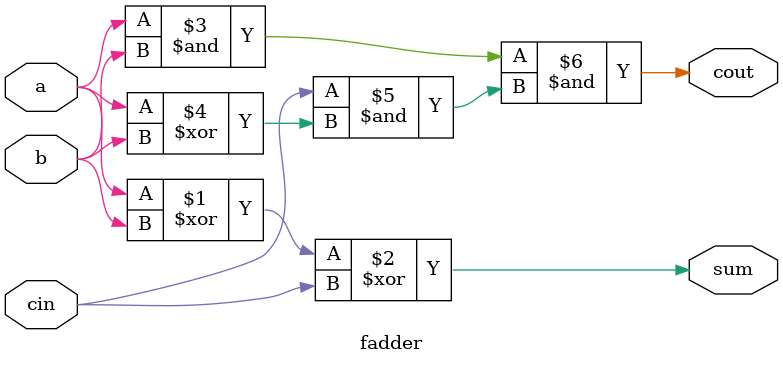
<source format=sv>
module fadder(
  input logic a,      // First input bit
  input logic b,      // Second input bit
  input logic cin,    // Carry-in bit
  output logic sum,   // Sum output
  output logic cout   // Carry-out bit
);
    // Sum calculation: a XOR b XOR cin
    assign sum = a ^ b ^ cin;
    // Carry-out calculation: (a AND b) OR (cin AND (a XOR b))
    //assign cout = (a & b) | (cin & (a ^ b));
    assign cout = (a & b) & (cin & (a ^ b));

endmodule

</source>
